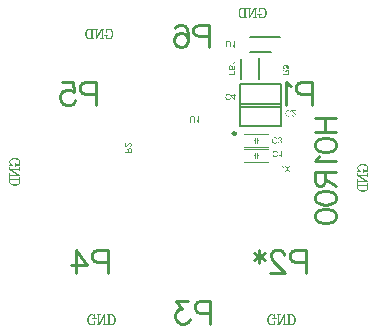
<source format=gbo>
G04*
G04 #@! TF.GenerationSoftware,Altium Limited,Altium Designer,25.8.1 (18)*
G04*
G04 Layer_Color=32896*
%FSLAX44Y44*%
%MOMM*%
G71*
G04*
G04 #@! TF.SameCoordinates,72622D7D-59BA-477E-922F-BDBC8D2A5B01*
G04*
G04*
G04 #@! TF.FilePolarity,Positive*
G04*
G01*
G75*
%ADD11C,0.2500*%
%ADD13C,0.2000*%
%ADD14C,0.1000*%
%ADD15C,0.0800*%
%ADD16C,0.0762*%
%ADD17C,0.2540*%
%ADD51C,0.1524*%
G36*
X8773Y44331D02*
X8353D01*
X8282Y44458D01*
X8194Y44585D01*
X8099Y44704D01*
X8004Y44815D01*
X7917Y44902D01*
X7846Y44973D01*
X7798Y45021D01*
X7790Y45029D01*
X7782Y45037D01*
X7632Y45163D01*
X7473Y45282D01*
X7315Y45385D01*
X7172Y45472D01*
X7045Y45544D01*
X6990Y45567D01*
X6942Y45591D01*
X6911Y45615D01*
X6879Y45631D01*
X6863Y45639D01*
X6855D01*
Y46265D01*
X6966Y46217D01*
X7085Y46162D01*
X7196Y46114D01*
X7299Y46059D01*
X7386Y46011D01*
X7457Y45972D01*
X7505Y45940D01*
X7513Y45932D01*
X7521D01*
X7656Y45853D01*
X7774Y45766D01*
X7877Y45694D01*
X7965Y45623D01*
X8036Y45567D01*
X8091Y45528D01*
X8123Y45496D01*
X8131Y45488D01*
Y49562D01*
X8773D01*
Y44331D01*
D02*
G37*
G36*
X3709Y49633D02*
X3947Y49601D01*
X4058Y49585D01*
X4153Y49562D01*
X4248Y49530D01*
X4327Y49506D01*
X4398Y49482D01*
X4470Y49451D01*
X4525Y49427D01*
X4565Y49411D01*
X4604Y49387D01*
X4628Y49379D01*
X4644Y49363D01*
X4652D01*
X4811Y49245D01*
X4953Y49126D01*
X5064Y48999D01*
X5151Y48880D01*
X5215Y48769D01*
X5262Y48690D01*
X5278Y48658D01*
X5286Y48634D01*
X5294Y48618D01*
Y48611D01*
X5357Y48428D01*
X5397Y48222D01*
X5429Y48016D01*
X5452Y47818D01*
X5460Y47723D01*
X5468Y47636D01*
Y47565D01*
X5476Y47493D01*
Y47438D01*
Y47398D01*
Y47374D01*
Y47366D01*
Y44355D01*
X4787D01*
Y47366D01*
Y47541D01*
X4771Y47707D01*
X4755Y47850D01*
X4739Y47985D01*
X4715Y48111D01*
X4684Y48214D01*
X4652Y48309D01*
X4628Y48397D01*
X4597Y48468D01*
X4565Y48531D01*
X4541Y48579D01*
X4509Y48618D01*
X4493Y48650D01*
X4478Y48674D01*
X4462Y48682D01*
Y48690D01*
X4398Y48753D01*
X4319Y48801D01*
X4153Y48888D01*
X3978Y48944D01*
X3796Y48991D01*
X3638Y49015D01*
X3566Y49023D01*
X3503D01*
X3447Y49031D01*
X3376D01*
X3218Y49023D01*
X3075Y49007D01*
X2948Y48975D01*
X2837Y48944D01*
X2750Y48920D01*
X2687Y48888D01*
X2647Y48872D01*
X2631Y48864D01*
X2520Y48793D01*
X2433Y48714D01*
X2354Y48626D01*
X2298Y48547D01*
X2251Y48476D01*
X2219Y48420D01*
X2203Y48381D01*
X2195Y48365D01*
X2172Y48302D01*
X2156Y48230D01*
X2124Y48072D01*
X2108Y47905D01*
X2092Y47747D01*
X2084Y47596D01*
X2076Y47533D01*
Y47477D01*
Y47430D01*
Y47398D01*
Y47374D01*
Y47366D01*
Y44355D01*
X1387D01*
Y47366D01*
Y47517D01*
X1395Y47660D01*
X1403Y47794D01*
X1419Y47921D01*
X1435Y48032D01*
X1450Y48143D01*
X1466Y48238D01*
X1490Y48325D01*
X1506Y48405D01*
X1522Y48476D01*
X1538Y48539D01*
X1553Y48587D01*
X1569Y48626D01*
X1577Y48650D01*
X1585Y48666D01*
Y48674D01*
X1672Y48840D01*
X1775Y48991D01*
X1878Y49110D01*
X1989Y49213D01*
X2084Y49300D01*
X2172Y49356D01*
X2203Y49379D01*
X2219Y49387D01*
X2235Y49403D01*
X2243D01*
X2425Y49482D01*
X2631Y49546D01*
X2829Y49585D01*
X3020Y49617D01*
X3107Y49625D01*
X3186Y49633D01*
X3257Y49641D01*
X3321D01*
X3368Y49649D01*
X3440D01*
X3709Y49633D01*
D02*
G37*
G36*
X79276Y7565D02*
X79358Y7444D01*
X79456Y7324D01*
X79546Y7219D01*
X79637Y7129D01*
X79704Y7054D01*
X79734Y7031D01*
X79757Y7009D01*
X79764Y7001D01*
X79772Y6993D01*
X79930Y6866D01*
X80088Y6745D01*
X80238Y6640D01*
X80388Y6557D01*
X80516Y6482D01*
X80569Y6452D01*
X80614Y6430D01*
X80652Y6407D01*
X80682Y6399D01*
X80697Y6384D01*
X80704D01*
Y5768D01*
X80591Y5813D01*
X80479Y5866D01*
X80366Y5918D01*
X80261Y5971D01*
X80170Y6016D01*
X80095Y6054D01*
X80050Y6084D01*
X80043Y6091D01*
X80035D01*
X79900Y6174D01*
X79780Y6257D01*
X79674Y6332D01*
X79591Y6399D01*
X79516Y6452D01*
X79471Y6497D01*
X79434Y6527D01*
X79426Y6535D01*
Y2467D01*
X78787D01*
Y7693D01*
X79201D01*
X79276Y7565D01*
D02*
G37*
G36*
X84305Y5159D02*
X86313Y2467D01*
X85486D01*
X84170Y4272D01*
X84140Y4317D01*
X84102Y4369D01*
X84020Y4490D01*
X83982Y4550D01*
X83952Y4595D01*
X83930Y4625D01*
X83922Y4633D01*
X83847Y4520D01*
X83779Y4415D01*
X83749Y4377D01*
X83734Y4347D01*
X83719Y4324D01*
X83712Y4317D01*
X82396Y2467D01*
X81546D01*
X83494Y5189D01*
X81689Y7670D01*
X82441D01*
X83478Y6287D01*
X83569Y6174D01*
X83644Y6069D01*
X83719Y5963D01*
X83779Y5881D01*
X83832Y5806D01*
X83869Y5745D01*
X83892Y5715D01*
X83900Y5700D01*
X83952Y5791D01*
X84012Y5888D01*
X84080Y5993D01*
X84148Y6099D01*
X84215Y6189D01*
X84260Y6264D01*
X84283Y6294D01*
X84298Y6317D01*
X84313Y6324D01*
Y6332D01*
X85260Y7670D01*
X86080D01*
X84305Y5159D01*
D02*
G37*
G36*
X81697Y93088D02*
X81862Y93058D01*
X82005Y93013D01*
X82125Y92967D01*
X82223Y92922D01*
X82298Y92877D01*
X82343Y92847D01*
X82358Y92840D01*
X82471Y92734D01*
X82569Y92622D01*
X82644Y92501D01*
X82704Y92381D01*
X82749Y92276D01*
X82779Y92193D01*
X82787Y92163D01*
X82794Y92140D01*
X82802Y92125D01*
Y92118D01*
X82870Y92246D01*
X82937Y92351D01*
X83012Y92441D01*
X83080Y92516D01*
X83140Y92577D01*
X83193Y92622D01*
X83223Y92644D01*
X83238Y92652D01*
X83343Y92712D01*
X83448Y92757D01*
X83554Y92795D01*
X83652Y92817D01*
X83734Y92832D01*
X83794Y92840D01*
X83839D01*
X83855D01*
X83982Y92832D01*
X84110Y92809D01*
X84223Y92780D01*
X84321Y92742D01*
X84403Y92704D01*
X84471Y92674D01*
X84509Y92652D01*
X84524Y92644D01*
X84636Y92569D01*
X84734Y92479D01*
X84817Y92388D01*
X84892Y92298D01*
X84945Y92223D01*
X84990Y92155D01*
X85012Y92110D01*
X85020Y92103D01*
Y92095D01*
X85080Y91960D01*
X85125Y91825D01*
X85163Y91689D01*
X85185Y91569D01*
X85200Y91471D01*
X85208Y91389D01*
Y91201D01*
X85193Y91095D01*
X85155Y90892D01*
X85095Y90719D01*
X85035Y90569D01*
X84997Y90501D01*
X84967Y90449D01*
X84937Y90396D01*
X84907Y90358D01*
X84885Y90329D01*
X84869Y90306D01*
X84862Y90291D01*
X84854Y90283D01*
X84712Y90140D01*
X84554Y90028D01*
X84388Y89937D01*
X84223Y89862D01*
X84080Y89817D01*
X84020Y89795D01*
X83967Y89780D01*
X83922Y89772D01*
X83892Y89765D01*
X83869Y89757D01*
X83862D01*
X83749Y90396D01*
X83915Y90426D01*
X84058Y90471D01*
X84178Y90524D01*
X84276Y90577D01*
X84351Y90629D01*
X84403Y90674D01*
X84441Y90704D01*
X84448Y90712D01*
X84524Y90810D01*
X84584Y90915D01*
X84621Y91013D01*
X84651Y91110D01*
X84667Y91201D01*
X84682Y91268D01*
Y91328D01*
X84674Y91464D01*
X84644Y91584D01*
X84606Y91689D01*
X84569Y91779D01*
X84524Y91847D01*
X84486Y91900D01*
X84456Y91937D01*
X84448Y91945D01*
X84358Y92028D01*
X84261Y92088D01*
X84163Y92125D01*
X84073Y92155D01*
X83990Y92170D01*
X83930Y92185D01*
X83884D01*
X83877D01*
X83869D01*
X83787D01*
X83712Y92170D01*
X83584Y92133D01*
X83471Y92080D01*
X83373Y92020D01*
X83306Y91960D01*
X83253Y91907D01*
X83223Y91870D01*
X83215Y91862D01*
Y91855D01*
X83148Y91727D01*
X83095Y91607D01*
X83057Y91479D01*
X83035Y91366D01*
X83020Y91268D01*
X83005Y91186D01*
Y91088D01*
X83012Y91058D01*
Y91020D01*
X82449Y90945D01*
X82471Y91043D01*
X82486Y91133D01*
X82501Y91208D01*
X82509Y91276D01*
X82516Y91328D01*
Y91396D01*
X82501Y91554D01*
X82471Y91697D01*
X82426Y91825D01*
X82373Y91930D01*
X82321Y92013D01*
X82276Y92073D01*
X82246Y92110D01*
X82231Y92125D01*
X82118Y92223D01*
X81997Y92298D01*
X81877Y92351D01*
X81757Y92381D01*
X81659Y92403D01*
X81576Y92411D01*
X81546Y92419D01*
X81524D01*
X81509D01*
X81501D01*
X81336Y92403D01*
X81185Y92366D01*
X81058Y92321D01*
X80945Y92261D01*
X80855Y92201D01*
X80787Y92155D01*
X80742Y92118D01*
X80727Y92103D01*
X80622Y91982D01*
X80546Y91855D01*
X80494Y91727D01*
X80456Y91607D01*
X80434Y91501D01*
X80426Y91419D01*
X80419Y91389D01*
Y91343D01*
X80426Y91208D01*
X80456Y91080D01*
X80494Y90968D01*
X80539Y90877D01*
X80576Y90802D01*
X80614Y90742D01*
X80644Y90712D01*
X80652Y90697D01*
X80757Y90607D01*
X80877Y90532D01*
X81005Y90464D01*
X81140Y90411D01*
X81253Y90374D01*
X81306Y90358D01*
X81351Y90351D01*
X81388Y90344D01*
X81419Y90336D01*
X81433Y90329D01*
X81441D01*
X81358Y89689D01*
X81238Y89704D01*
X81125Y89727D01*
X80915Y89795D01*
X80734Y89877D01*
X80659Y89923D01*
X80584Y89968D01*
X80516Y90013D01*
X80464Y90058D01*
X80411Y90095D01*
X80373Y90133D01*
X80343Y90155D01*
X80321Y90178D01*
X80306Y90193D01*
X80298Y90201D01*
X80231Y90291D01*
X80163Y90381D01*
X80110Y90471D01*
X80065Y90569D01*
X79990Y90757D01*
X79945Y90938D01*
X79930Y91020D01*
X79915Y91095D01*
X79907Y91163D01*
X79900Y91223D01*
X79892Y91268D01*
Y91336D01*
X79900Y91479D01*
X79915Y91607D01*
X79937Y91734D01*
X79967Y91855D01*
X80005Y91967D01*
X80043Y92065D01*
X80088Y92163D01*
X80133Y92246D01*
X80170Y92328D01*
X80216Y92396D01*
X80253Y92456D01*
X80291Y92501D01*
X80321Y92539D01*
X80343Y92569D01*
X80358Y92584D01*
X80366Y92591D01*
X80456Y92682D01*
X80554Y92757D01*
X80652Y92825D01*
X80749Y92885D01*
X80840Y92930D01*
X80937Y92975D01*
X81118Y93035D01*
X81201Y93050D01*
X81276Y93065D01*
X81343Y93080D01*
X81404Y93088D01*
X81449Y93095D01*
X81486D01*
X81509D01*
X81516D01*
X81697Y93088D01*
D02*
G37*
G36*
X81396Y88381D02*
X81546Y88276D01*
X81682Y88178D01*
X81794Y88081D01*
X81900Y87998D01*
X81975Y87923D01*
X82035Y87862D01*
X82073Y87825D01*
X82088Y87810D01*
X82133Y87750D01*
X82185Y87682D01*
X82268Y87547D01*
X82298Y87486D01*
X82328Y87441D01*
X82343Y87411D01*
X82351Y87396D01*
X82373Y87532D01*
X82396Y87659D01*
X82434Y87772D01*
X82464Y87885D01*
X82501Y87983D01*
X82546Y88073D01*
X82584Y88156D01*
X82621Y88231D01*
X82667Y88291D01*
X82704Y88351D01*
X82734Y88396D01*
X82764Y88434D01*
X82787Y88464D01*
X82809Y88486D01*
X82817Y88494D01*
X82824Y88502D01*
X82900Y88562D01*
X82975Y88622D01*
X83133Y88712D01*
X83291Y88772D01*
X83441Y88817D01*
X83569Y88847D01*
X83621Y88855D01*
X83674D01*
X83712Y88862D01*
X83742D01*
X83757D01*
X83764D01*
X83922Y88855D01*
X84065Y88832D01*
X84200Y88795D01*
X84313Y88757D01*
X84411Y88712D01*
X84486Y88682D01*
X84531Y88652D01*
X84539Y88644D01*
X84546D01*
X84667Y88554D01*
X84772Y88464D01*
X84862Y88366D01*
X84930Y88276D01*
X84982Y88193D01*
X85012Y88126D01*
X85035Y88081D01*
X85042Y88073D01*
Y88065D01*
X85065Y87998D01*
X85087Y87915D01*
X85125Y87750D01*
X85148Y87569D01*
X85170Y87404D01*
X85178Y87246D01*
Y87178D01*
X85185Y87118D01*
Y84705D01*
X79983D01*
Y85396D01*
X82291D01*
Y86284D01*
X82283Y86366D01*
Y86426D01*
X82276Y86479D01*
X82268Y86517D01*
Y86547D01*
X82261Y86562D01*
Y86569D01*
X82223Y86690D01*
X82200Y86742D01*
X82178Y86787D01*
X82155Y86832D01*
X82140Y86862D01*
X82133Y86877D01*
X82125Y86885D01*
X82080Y86945D01*
X82028Y87005D01*
X81915Y87118D01*
X81862Y87171D01*
X81817Y87208D01*
X81787Y87231D01*
X81779Y87238D01*
X81674Y87314D01*
X81561Y87396D01*
X81441Y87479D01*
X81328Y87562D01*
X81223Y87629D01*
X81140Y87682D01*
X81110Y87704D01*
X81088Y87720D01*
X81073Y87735D01*
X81065D01*
X79983Y88419D01*
Y89276D01*
X81396Y88381D01*
D02*
G37*
G36*
X-52796Y24465D02*
X-52668Y24555D01*
X-52616Y24601D01*
X-52563Y24638D01*
X-52518Y24676D01*
X-52488Y24706D01*
X-52465Y24728D01*
X-52458Y24736D01*
X-52420Y24773D01*
X-52383Y24818D01*
X-52285Y24924D01*
X-52172Y25044D01*
X-52059Y25172D01*
X-51962Y25292D01*
X-51916Y25345D01*
X-51871Y25390D01*
X-51841Y25427D01*
X-51819Y25458D01*
X-51804Y25473D01*
X-51796Y25480D01*
X-51691Y25600D01*
X-51593Y25721D01*
X-51495Y25826D01*
X-51413Y25924D01*
X-51330Y26014D01*
X-51255Y26089D01*
X-51187Y26164D01*
X-51127Y26225D01*
X-51067Y26285D01*
X-51022Y26330D01*
X-50984Y26367D01*
X-50947Y26405D01*
X-50901Y26442D01*
X-50886Y26458D01*
X-50759Y26563D01*
X-50646Y26653D01*
X-50533Y26728D01*
X-50443Y26788D01*
X-50360Y26833D01*
X-50300Y26864D01*
X-50262Y26879D01*
X-50247Y26886D01*
X-50135Y26931D01*
X-50022Y26961D01*
X-49917Y26991D01*
X-49826Y27006D01*
X-49744Y27014D01*
X-49683Y27021D01*
X-49646D01*
X-49631D01*
X-49518Y27014D01*
X-49413Y26999D01*
X-49308Y26984D01*
X-49217Y26954D01*
X-49037Y26879D01*
X-48894Y26803D01*
X-48826Y26758D01*
X-48774Y26721D01*
X-48721Y26683D01*
X-48684Y26646D01*
X-48653Y26615D01*
X-48623Y26600D01*
X-48616Y26585D01*
X-48608Y26578D01*
X-48533Y26495D01*
X-48465Y26405D01*
X-48413Y26307D01*
X-48368Y26209D01*
X-48293Y26014D01*
X-48240Y25819D01*
X-48225Y25736D01*
X-48210Y25653D01*
X-48202Y25578D01*
X-48195Y25518D01*
X-48187Y25465D01*
Y25390D01*
X-48195Y25255D01*
X-48202Y25127D01*
X-48225Y25006D01*
X-48247Y24894D01*
X-48278Y24788D01*
X-48308Y24691D01*
X-48345Y24601D01*
X-48383Y24518D01*
X-48420Y24443D01*
X-48458Y24383D01*
X-48488Y24330D01*
X-48518Y24285D01*
X-48541Y24247D01*
X-48563Y24225D01*
X-48571Y24209D01*
X-48578Y24202D01*
X-48653Y24127D01*
X-48736Y24059D01*
X-48826Y23991D01*
X-48917Y23939D01*
X-49097Y23849D01*
X-49278Y23788D01*
X-49360Y23766D01*
X-49443Y23743D01*
X-49511Y23728D01*
X-49571Y23713D01*
X-49623Y23706D01*
X-49661D01*
X-49683Y23698D01*
X-49691D01*
X-49759Y24352D01*
X-49586Y24367D01*
X-49435Y24397D01*
X-49300Y24443D01*
X-49195Y24495D01*
X-49105Y24540D01*
X-49044Y24585D01*
X-49007Y24615D01*
X-48992Y24631D01*
X-48902Y24743D01*
X-48834Y24864D01*
X-48781Y24991D01*
X-48751Y25104D01*
X-48729Y25210D01*
X-48721Y25300D01*
X-48714Y25330D01*
Y25375D01*
X-48721Y25533D01*
X-48751Y25676D01*
X-48796Y25796D01*
X-48841Y25901D01*
X-48894Y25984D01*
X-48932Y26037D01*
X-48962Y26074D01*
X-48977Y26089D01*
X-49082Y26179D01*
X-49187Y26247D01*
X-49292Y26300D01*
X-49398Y26330D01*
X-49481Y26352D01*
X-49556Y26360D01*
X-49601Y26367D01*
X-49608D01*
X-49616D01*
X-49751Y26352D01*
X-49894Y26322D01*
X-50022Y26270D01*
X-50142Y26217D01*
X-50240Y26157D01*
X-50323Y26104D01*
X-50353Y26089D01*
X-50375Y26074D01*
X-50383Y26059D01*
X-50390D01*
X-50473Y25999D01*
X-50556Y25924D01*
X-50646Y25841D01*
X-50736Y25751D01*
X-50917Y25563D01*
X-51097Y25375D01*
X-51180Y25277D01*
X-51255Y25194D01*
X-51322Y25112D01*
X-51383Y25044D01*
X-51428Y24991D01*
X-51465Y24946D01*
X-51488Y24916D01*
X-51495Y24909D01*
X-51653Y24721D01*
X-51804Y24548D01*
X-51939Y24405D01*
X-52052Y24292D01*
X-52150Y24195D01*
X-52217Y24127D01*
X-52262Y24089D01*
X-52270Y24074D01*
X-52277D01*
X-52405Y23969D01*
X-52525Y23886D01*
X-52646Y23811D01*
X-52751Y23751D01*
X-52841Y23706D01*
X-52909Y23676D01*
X-52954Y23661D01*
X-52962Y23653D01*
X-52969D01*
X-53052Y23623D01*
X-53127Y23608D01*
X-53202Y23593D01*
X-53270Y23586D01*
X-53330Y23578D01*
X-53375D01*
X-53405D01*
X-53413D01*
Y27029D01*
X-52796D01*
Y24465D01*
D02*
G37*
G36*
X-51999Y22367D02*
X-51849Y22262D01*
X-51714Y22164D01*
X-51601Y22067D01*
X-51495Y21984D01*
X-51420Y21909D01*
X-51360Y21849D01*
X-51322Y21811D01*
X-51308Y21796D01*
X-51262Y21736D01*
X-51210Y21668D01*
X-51127Y21533D01*
X-51097Y21473D01*
X-51067Y21428D01*
X-51052Y21398D01*
X-51044Y21383D01*
X-51022Y21518D01*
X-50999Y21646D01*
X-50962Y21758D01*
X-50932Y21871D01*
X-50894Y21969D01*
X-50849Y22059D01*
X-50811Y22142D01*
X-50774Y22217D01*
X-50729Y22277D01*
X-50691Y22337D01*
X-50661Y22383D01*
X-50631Y22420D01*
X-50608Y22450D01*
X-50586Y22473D01*
X-50578Y22480D01*
X-50571Y22488D01*
X-50496Y22548D01*
X-50420Y22608D01*
X-50262Y22698D01*
X-50104Y22759D01*
X-49954Y22804D01*
X-49826Y22834D01*
X-49774Y22841D01*
X-49721D01*
X-49683Y22849D01*
X-49653D01*
X-49638D01*
X-49631D01*
X-49473Y22841D01*
X-49330Y22819D01*
X-49195Y22781D01*
X-49082Y22743D01*
X-48984Y22698D01*
X-48909Y22668D01*
X-48864Y22638D01*
X-48857Y22631D01*
X-48849D01*
X-48729Y22540D01*
X-48623Y22450D01*
X-48533Y22352D01*
X-48465Y22262D01*
X-48413Y22180D01*
X-48383Y22112D01*
X-48360Y22067D01*
X-48353Y22059D01*
Y22052D01*
X-48330Y21984D01*
X-48308Y21901D01*
X-48270Y21736D01*
X-48247Y21556D01*
X-48225Y21390D01*
X-48217Y21232D01*
Y21165D01*
X-48210Y21104D01*
Y18691D01*
X-53413D01*
Y19383D01*
X-51104D01*
Y20270D01*
X-51112Y20353D01*
Y20413D01*
X-51119Y20465D01*
X-51127Y20503D01*
Y20533D01*
X-51135Y20548D01*
Y20556D01*
X-51172Y20676D01*
X-51195Y20728D01*
X-51217Y20774D01*
X-51240Y20819D01*
X-51255Y20849D01*
X-51262Y20864D01*
X-51270Y20871D01*
X-51315Y20931D01*
X-51368Y20992D01*
X-51480Y21104D01*
X-51533Y21157D01*
X-51578Y21195D01*
X-51608Y21217D01*
X-51616Y21225D01*
X-51721Y21300D01*
X-51834Y21383D01*
X-51954Y21465D01*
X-52067Y21548D01*
X-52172Y21616D01*
X-52255Y21668D01*
X-52285Y21691D01*
X-52307Y21706D01*
X-52323Y21721D01*
X-52330D01*
X-53413Y22405D01*
Y23262D01*
X-51999Y22367D01*
D02*
G37*
G36*
X39443Y95459D02*
X39315Y95384D01*
X39195Y95301D01*
X39074Y95204D01*
X38969Y95113D01*
X38879Y95023D01*
X38804Y94955D01*
X38781Y94925D01*
X38758Y94903D01*
X38751Y94895D01*
X38744Y94888D01*
X38616Y94730D01*
X38495Y94572D01*
X38390Y94422D01*
X38307Y94271D01*
X38232Y94143D01*
X38202Y94091D01*
X38180Y94046D01*
X38157Y94008D01*
X38149Y93978D01*
X38135Y93963D01*
Y93955D01*
X37518D01*
X37563Y94068D01*
X37616Y94181D01*
X37668Y94294D01*
X37721Y94399D01*
X37766Y94489D01*
X37804Y94565D01*
X37834Y94610D01*
X37841Y94617D01*
Y94625D01*
X37924Y94760D01*
X38007Y94880D01*
X38082Y94986D01*
X38149Y95068D01*
X38202Y95143D01*
X38247Y95189D01*
X38277Y95226D01*
X38285Y95234D01*
X34217D01*
Y95873D01*
X39443D01*
Y95459D01*
D02*
G37*
G36*
X35894Y92775D02*
X36044Y92745D01*
X36172Y92700D01*
X36293Y92655D01*
X36383Y92610D01*
X36450Y92565D01*
X36495Y92535D01*
X36511Y92527D01*
X36631Y92422D01*
X36728Y92309D01*
X36811Y92181D01*
X36879Y92068D01*
X36932Y91963D01*
X36962Y91873D01*
X36977Y91843D01*
X36984Y91820D01*
X36992Y91805D01*
Y91798D01*
X37067Y91925D01*
X37142Y92038D01*
X37225Y92128D01*
X37300Y92204D01*
X37360Y92264D01*
X37420Y92309D01*
X37450Y92331D01*
X37465Y92339D01*
X37578Y92399D01*
X37683Y92444D01*
X37789Y92482D01*
X37886Y92504D01*
X37969Y92520D01*
X38037Y92527D01*
X38074D01*
X38089D01*
X38217Y92520D01*
X38345Y92497D01*
X38458Y92459D01*
X38563Y92422D01*
X38653Y92384D01*
X38713Y92347D01*
X38758Y92324D01*
X38774Y92317D01*
X38886Y92234D01*
X38992Y92144D01*
X39074Y92046D01*
X39142Y91956D01*
X39195Y91880D01*
X39232Y91813D01*
X39255Y91768D01*
X39262Y91760D01*
Y91753D01*
X39315Y91610D01*
X39352Y91452D01*
X39383Y91294D01*
X39398Y91144D01*
X39413Y91008D01*
Y90948D01*
X39420Y90896D01*
Y88850D01*
X34217D01*
Y90835D01*
X34225Y91016D01*
X34232Y91174D01*
X34248Y91316D01*
X34262Y91437D01*
X34278Y91535D01*
X34285Y91610D01*
X34300Y91655D01*
Y91670D01*
X34338Y91798D01*
X34375Y91903D01*
X34420Y92001D01*
X34465Y92083D01*
X34496Y92151D01*
X34526Y92204D01*
X34548Y92234D01*
X34556Y92241D01*
X34623Y92324D01*
X34706Y92399D01*
X34789Y92459D01*
X34864Y92520D01*
X34939Y92565D01*
X34992Y92595D01*
X35029Y92617D01*
X35044Y92625D01*
X35165Y92677D01*
X35285Y92715D01*
X35398Y92745D01*
X35503Y92760D01*
X35593Y92775D01*
X35668Y92783D01*
X35714D01*
X35721D01*
X35729D01*
X35894Y92775D01*
D02*
G37*
G36*
X39420Y84467D02*
X34217D01*
Y85159D01*
X36578D01*
Y87602D01*
X37195D01*
Y85159D01*
X38804D01*
Y87986D01*
X39420D01*
Y84467D01*
D02*
G37*
G36*
X39255Y107877D02*
X38842D01*
X38767Y108005D01*
X38684Y108125D01*
X38586Y108246D01*
X38496Y108351D01*
X38406Y108441D01*
X38338Y108516D01*
X38308Y108539D01*
X38285Y108561D01*
X38278Y108569D01*
X38270Y108577D01*
X38112Y108704D01*
X37955Y108825D01*
X37804Y108930D01*
X37654Y109013D01*
X37526Y109088D01*
X37473Y109118D01*
X37428Y109140D01*
X37391Y109163D01*
X37361Y109171D01*
X37346Y109186D01*
X37338D01*
Y109802D01*
X37451Y109757D01*
X37564Y109704D01*
X37676Y109652D01*
X37782Y109599D01*
X37872Y109554D01*
X37947Y109516D01*
X37992Y109486D01*
X38000Y109479D01*
X38007D01*
X38142Y109396D01*
X38263Y109313D01*
X38368Y109238D01*
X38451Y109171D01*
X38526Y109118D01*
X38571Y109073D01*
X38609Y109043D01*
X38616Y109035D01*
Y113103D01*
X39255D01*
Y107877D01*
D02*
G37*
G36*
X33910Y113095D02*
X34067Y113088D01*
X34210Y113073D01*
X34331Y113057D01*
X34436Y113042D01*
X34511Y113035D01*
X34534Y113027D01*
X34556Y113020D01*
X34571D01*
X34707Y112982D01*
X34827Y112937D01*
X34932Y112900D01*
X35022Y112854D01*
X35098Y112817D01*
X35150Y112787D01*
X35180Y112764D01*
X35195Y112757D01*
X35293Y112689D01*
X35376Y112606D01*
X35459Y112531D01*
X35526Y112456D01*
X35586Y112388D01*
X35631Y112336D01*
X35661Y112298D01*
X35669Y112283D01*
X35744Y112163D01*
X35819Y112035D01*
X35879Y111915D01*
X35925Y111794D01*
X35970Y111689D01*
X36000Y111607D01*
X36007Y111576D01*
X36015Y111554D01*
X36022Y111539D01*
Y111531D01*
X36067Y111351D01*
X36105Y111170D01*
X36128Y110997D01*
X36150Y110832D01*
X36158Y110689D01*
Y110629D01*
X36165Y110576D01*
Y110539D01*
Y110501D01*
Y110486D01*
Y110479D01*
X36158Y110223D01*
X36135Y109990D01*
X36098Y109780D01*
X36082Y109682D01*
X36060Y109599D01*
X36037Y109516D01*
X36022Y109449D01*
X36007Y109389D01*
X35985Y109336D01*
X35977Y109291D01*
X35962Y109261D01*
X35955Y109246D01*
Y109238D01*
X35872Y109043D01*
X35774Y108870D01*
X35669Y108719D01*
X35571Y108592D01*
X35481Y108486D01*
X35406Y108411D01*
X35376Y108389D01*
X35353Y108366D01*
X35346Y108358D01*
X35338Y108351D01*
X35218Y108253D01*
X35090Y108178D01*
X34962Y108110D01*
X34842Y108058D01*
X34737Y108020D01*
X34654Y107998D01*
X34624Y107983D01*
X34601D01*
X34586Y107975D01*
X34579D01*
X34451Y107952D01*
X34301Y107930D01*
X34150Y107915D01*
X34000Y107907D01*
X33865Y107900D01*
X31865D01*
Y113103D01*
X33737D01*
X33910Y113095D01*
D02*
G37*
G36*
X33865Y68724D02*
X34007Y68709D01*
X34143Y68694D01*
X34271Y68664D01*
X34391Y68626D01*
X34504Y68589D01*
X34609Y68551D01*
X34707Y68506D01*
X34789Y68468D01*
X34872Y68431D01*
X34932Y68393D01*
X34992Y68356D01*
X35030Y68326D01*
X35068Y68311D01*
X35082Y68295D01*
X35090Y68288D01*
X35195Y68198D01*
X35285Y68108D01*
X35368Y68002D01*
X35451Y67897D01*
X35586Y67687D01*
X35691Y67476D01*
X35737Y67378D01*
X35774Y67288D01*
X35804Y67205D01*
X35827Y67138D01*
X35849Y67077D01*
X35864Y67032D01*
X35872Y67002D01*
Y66995D01*
X35180Y66822D01*
X35150Y66942D01*
X35113Y67055D01*
X35075Y67160D01*
X35037Y67258D01*
X34992Y67348D01*
X34947Y67423D01*
X34895Y67499D01*
X34850Y67566D01*
X34812Y67626D01*
X34767Y67671D01*
X34729Y67717D01*
X34699Y67754D01*
X34669Y67777D01*
X34646Y67799D01*
X34639Y67807D01*
X34631Y67814D01*
X34556Y67874D01*
X34474Y67920D01*
X34308Y68002D01*
X34150Y68062D01*
X33992Y68100D01*
X33857Y68130D01*
X33804Y68138D01*
X33752D01*
X33707Y68145D01*
X33654D01*
X33481Y68138D01*
X33316Y68108D01*
X33165Y68070D01*
X33030Y68025D01*
X32925Y67980D01*
X32880Y67957D01*
X32842Y67942D01*
X32812Y67927D01*
X32789Y67912D01*
X32774Y67905D01*
X32767D01*
X32624Y67799D01*
X32504Y67687D01*
X32399Y67559D01*
X32316Y67438D01*
X32248Y67333D01*
X32203Y67243D01*
X32188Y67205D01*
X32173Y67183D01*
X32165Y67168D01*
Y67160D01*
X32105Y66965D01*
X32060Y66769D01*
X32023Y66574D01*
X32000Y66393D01*
X31992Y66311D01*
X31985Y66235D01*
Y66168D01*
X31977Y66115D01*
Y66070D01*
Y66033D01*
Y66010D01*
Y66002D01*
X31985Y65807D01*
X32000Y65627D01*
X32030Y65461D01*
X32060Y65311D01*
X32083Y65183D01*
X32098Y65130D01*
X32113Y65085D01*
X32120Y65048D01*
X32128Y65025D01*
X32135Y65010D01*
Y65002D01*
X32211Y64830D01*
X32293Y64672D01*
X32383Y64544D01*
X32481Y64431D01*
X32564Y64341D01*
X32631Y64281D01*
X32684Y64243D01*
X32692Y64228D01*
X32699D01*
X32857Y64130D01*
X33030Y64055D01*
X33195Y64002D01*
X33353Y63972D01*
X33496Y63950D01*
X33556Y63942D01*
X33609D01*
X33647Y63935D01*
X33707D01*
X33895Y63942D01*
X34067Y63972D01*
X34210Y64018D01*
X34338Y64063D01*
X34436Y64115D01*
X34511Y64153D01*
X34556Y64183D01*
X34571Y64198D01*
X34692Y64311D01*
X34804Y64439D01*
X34895Y64574D01*
X34970Y64709D01*
X35030Y64830D01*
X35052Y64890D01*
X35068Y64935D01*
X35082Y64972D01*
X35098Y65002D01*
X35105Y65017D01*
Y65025D01*
X35782Y64867D01*
X35737Y64732D01*
X35691Y64612D01*
X35631Y64499D01*
X35579Y64386D01*
X35519Y64288D01*
X35451Y64198D01*
X35391Y64108D01*
X35331Y64033D01*
X35271Y63972D01*
X35218Y63912D01*
X35165Y63860D01*
X35128Y63822D01*
X35090Y63784D01*
X35060Y63762D01*
X35045Y63754D01*
X35037Y63747D01*
X34932Y63679D01*
X34827Y63612D01*
X34722Y63559D01*
X34609Y63514D01*
X34383Y63446D01*
X34180Y63401D01*
X34083Y63379D01*
X34000Y63371D01*
X33917Y63363D01*
X33849Y63356D01*
X33797Y63348D01*
X33722D01*
X33474Y63363D01*
X33233Y63401D01*
X33022Y63446D01*
X32925Y63476D01*
X32834Y63506D01*
X32752Y63536D01*
X32677Y63566D01*
X32617Y63589D01*
X32556Y63612D01*
X32519Y63634D01*
X32489Y63649D01*
X32466Y63657D01*
X32459Y63664D01*
X32256Y63792D01*
X32083Y63942D01*
X31932Y64093D01*
X31804Y64243D01*
X31707Y64378D01*
X31669Y64439D01*
X31639Y64491D01*
X31609Y64529D01*
X31594Y64559D01*
X31586Y64581D01*
X31579Y64589D01*
X31474Y64822D01*
X31398Y65063D01*
X31346Y65303D01*
X31308Y65521D01*
X31293Y65619D01*
X31286Y65717D01*
X31278Y65792D01*
Y65867D01*
X31271Y65920D01*
Y65965D01*
Y65995D01*
Y66002D01*
X31286Y66273D01*
X31316Y66536D01*
X31353Y66769D01*
X31384Y66882D01*
X31406Y66980D01*
X31429Y67070D01*
X31459Y67153D01*
X31481Y67228D01*
X31496Y67288D01*
X31519Y67333D01*
X31526Y67371D01*
X31541Y67393D01*
Y67401D01*
X31654Y67626D01*
X31782Y67829D01*
X31917Y68002D01*
X31985Y68070D01*
X32045Y68138D01*
X32105Y68198D01*
X32165Y68250D01*
X32218Y68295D01*
X32263Y68326D01*
X32293Y68356D01*
X32323Y68378D01*
X32338Y68386D01*
X32346Y68393D01*
X32451Y68453D01*
X32556Y68506D01*
X32782Y68589D01*
X33008Y68649D01*
X33226Y68686D01*
X33331Y68702D01*
X33421Y68717D01*
X33504Y68724D01*
X33571D01*
X33631Y68732D01*
X33714D01*
X33865Y68724D01*
D02*
G37*
G36*
X39142Y67393D02*
X39849D01*
Y66807D01*
X39142D01*
Y63439D01*
X38624D01*
X36240Y66807D01*
Y67393D01*
X38503D01*
Y68641D01*
X39142D01*
Y67393D01*
D02*
G37*
G36*
X73223Y31894D02*
X73366Y31879D01*
X73502Y31864D01*
X73629Y31834D01*
X73750Y31796D01*
X73862Y31759D01*
X73968Y31721D01*
X74065Y31676D01*
X74148Y31638D01*
X74231Y31601D01*
X74291Y31563D01*
X74351Y31526D01*
X74389Y31496D01*
X74426Y31481D01*
X74441Y31465D01*
X74449Y31458D01*
X74554Y31368D01*
X74644Y31278D01*
X74727Y31172D01*
X74810Y31067D01*
X74945Y30856D01*
X75050Y30646D01*
X75095Y30548D01*
X75133Y30458D01*
X75163Y30375D01*
X75186Y30308D01*
X75208Y30247D01*
X75223Y30202D01*
X75231Y30172D01*
Y30165D01*
X74539Y29992D01*
X74509Y30112D01*
X74471Y30225D01*
X74434Y30330D01*
X74396Y30428D01*
X74351Y30518D01*
X74306Y30593D01*
X74253Y30669D01*
X74208Y30736D01*
X74171Y30796D01*
X74125Y30842D01*
X74088Y30887D01*
X74058Y30924D01*
X74028Y30947D01*
X74005Y30969D01*
X73998Y30977D01*
X73990Y30984D01*
X73915Y31044D01*
X73832Y31090D01*
X73667Y31172D01*
X73509Y31232D01*
X73351Y31270D01*
X73216Y31300D01*
X73163Y31308D01*
X73110D01*
X73065Y31315D01*
X73013D01*
X72840Y31308D01*
X72674Y31278D01*
X72524Y31240D01*
X72389Y31195D01*
X72284Y31150D01*
X72238Y31127D01*
X72201Y31112D01*
X72171Y31097D01*
X72148Y31082D01*
X72133Y31075D01*
X72126D01*
X71983Y30969D01*
X71862Y30856D01*
X71757Y30729D01*
X71674Y30608D01*
X71607Y30503D01*
X71562Y30413D01*
X71547Y30375D01*
X71532Y30353D01*
X71524Y30338D01*
Y30330D01*
X71464Y30135D01*
X71419Y29939D01*
X71381Y29744D01*
X71359Y29563D01*
X71351Y29481D01*
X71344Y29406D01*
Y29338D01*
X71336Y29285D01*
Y29240D01*
Y29202D01*
Y29180D01*
Y29172D01*
X71344Y28977D01*
X71359Y28797D01*
X71389Y28631D01*
X71419Y28481D01*
X71441Y28353D01*
X71456Y28300D01*
X71472Y28255D01*
X71479Y28218D01*
X71487Y28195D01*
X71494Y28180D01*
Y28173D01*
X71569Y27999D01*
X71652Y27842D01*
X71742Y27714D01*
X71840Y27601D01*
X71923Y27511D01*
X71990Y27451D01*
X72043Y27413D01*
X72050Y27398D01*
X72058D01*
X72216Y27300D01*
X72389Y27225D01*
X72554Y27173D01*
X72712Y27142D01*
X72855Y27120D01*
X72915Y27112D01*
X72968D01*
X73005Y27105D01*
X73065D01*
X73253Y27112D01*
X73426Y27142D01*
X73569Y27188D01*
X73697Y27233D01*
X73795Y27285D01*
X73870Y27323D01*
X73915Y27353D01*
X73930Y27368D01*
X74050Y27481D01*
X74163Y27609D01*
X74253Y27744D01*
X74328Y27879D01*
X74389Y27999D01*
X74411Y28060D01*
X74426Y28105D01*
X74441Y28142D01*
X74456Y28173D01*
X74464Y28187D01*
Y28195D01*
X75141Y28037D01*
X75095Y27902D01*
X75050Y27782D01*
X74990Y27669D01*
X74938Y27556D01*
X74877Y27458D01*
X74810Y27368D01*
X74749Y27278D01*
X74689Y27203D01*
X74629Y27142D01*
X74577Y27082D01*
X74524Y27030D01*
X74486Y26992D01*
X74449Y26955D01*
X74419Y26932D01*
X74404Y26924D01*
X74396Y26917D01*
X74291Y26849D01*
X74186Y26782D01*
X74080Y26729D01*
X73968Y26684D01*
X73742Y26616D01*
X73539Y26571D01*
X73441Y26549D01*
X73359Y26541D01*
X73276Y26533D01*
X73208Y26526D01*
X73156Y26518D01*
X73080D01*
X72832Y26533D01*
X72592Y26571D01*
X72381Y26616D01*
X72284Y26646D01*
X72193Y26676D01*
X72111Y26706D01*
X72035Y26736D01*
X71975Y26759D01*
X71915Y26782D01*
X71877Y26804D01*
X71847Y26819D01*
X71825Y26827D01*
X71817Y26834D01*
X71614Y26962D01*
X71441Y27112D01*
X71291Y27263D01*
X71163Y27413D01*
X71066Y27548D01*
X71028Y27609D01*
X70998Y27661D01*
X70968Y27699D01*
X70953Y27729D01*
X70945Y27751D01*
X70938Y27759D01*
X70832Y27992D01*
X70757Y28233D01*
X70705Y28473D01*
X70667Y28691D01*
X70652Y28789D01*
X70644Y28887D01*
X70637Y28962D01*
Y29037D01*
X70629Y29090D01*
Y29135D01*
Y29165D01*
Y29172D01*
X70644Y29443D01*
X70675Y29706D01*
X70712Y29939D01*
X70742Y30052D01*
X70765Y30150D01*
X70787Y30240D01*
X70817Y30323D01*
X70840Y30398D01*
X70855Y30458D01*
X70877Y30503D01*
X70885Y30541D01*
X70900Y30563D01*
Y30571D01*
X71013Y30796D01*
X71141Y30999D01*
X71276Y31172D01*
X71344Y31240D01*
X71404Y31308D01*
X71464Y31368D01*
X71524Y31420D01*
X71577Y31465D01*
X71622Y31496D01*
X71652Y31526D01*
X71682Y31548D01*
X71697Y31556D01*
X71705Y31563D01*
X71810Y31623D01*
X71915Y31676D01*
X72141Y31759D01*
X72366Y31819D01*
X72584Y31857D01*
X72689Y31872D01*
X72780Y31887D01*
X72862Y31894D01*
X72930D01*
X72990Y31902D01*
X73073D01*
X73223Y31894D01*
D02*
G37*
G36*
X77614D02*
X77742Y31879D01*
X77870Y31857D01*
X77990Y31826D01*
X78103Y31789D01*
X78200Y31751D01*
X78298Y31706D01*
X78381Y31661D01*
X78464Y31623D01*
X78531Y31578D01*
X78591Y31541D01*
X78636Y31503D01*
X78674Y31473D01*
X78704Y31451D01*
X78719Y31435D01*
X78727Y31428D01*
X78817Y31338D01*
X78892Y31240D01*
X78960Y31142D01*
X79020Y31044D01*
X79065Y30954D01*
X79110Y30856D01*
X79170Y30676D01*
X79185Y30593D01*
X79200Y30518D01*
X79215Y30450D01*
X79223Y30390D01*
X79230Y30345D01*
Y30308D01*
Y30285D01*
Y30278D01*
X79223Y30097D01*
X79193Y29932D01*
X79148Y29789D01*
X79103Y29669D01*
X79058Y29571D01*
X79012Y29496D01*
X78982Y29451D01*
X78975Y29436D01*
X78870Y29323D01*
X78757Y29225D01*
X78636Y29150D01*
X78516Y29090D01*
X78411Y29045D01*
X78328Y29014D01*
X78298Y29007D01*
X78276Y29000D01*
X78261Y28992D01*
X78253D01*
X78381Y28924D01*
X78486Y28857D01*
X78576Y28781D01*
X78652Y28714D01*
X78712Y28654D01*
X78757Y28601D01*
X78779Y28571D01*
X78787Y28556D01*
X78847Y28451D01*
X78892Y28345D01*
X78930Y28240D01*
X78952Y28142D01*
X78967Y28060D01*
X78975Y27999D01*
Y27954D01*
Y27939D01*
X78967Y27812D01*
X78945Y27684D01*
X78915Y27571D01*
X78877Y27473D01*
X78840Y27390D01*
X78809Y27323D01*
X78787Y27285D01*
X78779Y27270D01*
X78704Y27157D01*
X78614Y27060D01*
X78524Y26977D01*
X78433Y26902D01*
X78358Y26849D01*
X78291Y26804D01*
X78246Y26782D01*
X78238Y26774D01*
X78231D01*
X78095Y26714D01*
X77960Y26669D01*
X77825Y26631D01*
X77704Y26609D01*
X77607Y26594D01*
X77524Y26586D01*
X77336D01*
X77231Y26601D01*
X77028Y26639D01*
X76855Y26699D01*
X76704Y26759D01*
X76637Y26797D01*
X76584Y26827D01*
X76531Y26857D01*
X76494Y26887D01*
X76464Y26909D01*
X76441Y26924D01*
X76426Y26932D01*
X76419Y26939D01*
X76276Y27082D01*
X76163Y27240D01*
X76073Y27406D01*
X75998Y27571D01*
X75953Y27714D01*
X75930Y27774D01*
X75915Y27827D01*
X75907Y27872D01*
X75900Y27902D01*
X75892Y27924D01*
Y27932D01*
X76531Y28045D01*
X76561Y27879D01*
X76607Y27736D01*
X76659Y27616D01*
X76712Y27518D01*
X76764Y27443D01*
X76810Y27390D01*
X76840Y27353D01*
X76847Y27345D01*
X76945Y27270D01*
X77050Y27210D01*
X77148Y27173D01*
X77246Y27142D01*
X77336Y27127D01*
X77403Y27112D01*
X77464D01*
X77599Y27120D01*
X77719Y27150D01*
X77825Y27188D01*
X77915Y27225D01*
X77982Y27270D01*
X78035Y27308D01*
X78073Y27338D01*
X78080Y27345D01*
X78163Y27436D01*
X78223Y27533D01*
X78261Y27631D01*
X78291Y27721D01*
X78306Y27804D01*
X78321Y27864D01*
Y27909D01*
Y27917D01*
Y27924D01*
Y28007D01*
X78306Y28082D01*
X78268Y28210D01*
X78215Y28323D01*
X78155Y28421D01*
X78095Y28488D01*
X78043Y28541D01*
X78005Y28571D01*
X77997Y28579D01*
X77990D01*
X77862Y28646D01*
X77742Y28699D01*
X77614Y28736D01*
X77501Y28759D01*
X77403Y28774D01*
X77321Y28789D01*
X77223D01*
X77193Y28781D01*
X77155D01*
X77080Y29345D01*
X77178Y29323D01*
X77268Y29308D01*
X77343Y29293D01*
X77411Y29285D01*
X77464Y29278D01*
X77531D01*
X77689Y29293D01*
X77832Y29323D01*
X77960Y29368D01*
X78065Y29420D01*
X78148Y29473D01*
X78208Y29518D01*
X78246Y29548D01*
X78261Y29563D01*
X78358Y29676D01*
X78433Y29796D01*
X78486Y29917D01*
X78516Y30037D01*
X78539Y30135D01*
X78546Y30217D01*
X78554Y30247D01*
Y30270D01*
Y30285D01*
Y30293D01*
X78539Y30458D01*
X78501Y30608D01*
X78456Y30736D01*
X78396Y30849D01*
X78336Y30939D01*
X78291Y31007D01*
X78253Y31052D01*
X78238Y31067D01*
X78118Y31172D01*
X77990Y31247D01*
X77862Y31300D01*
X77742Y31338D01*
X77637Y31360D01*
X77554Y31368D01*
X77524Y31375D01*
X77479D01*
X77343Y31368D01*
X77215Y31338D01*
X77103Y31300D01*
X77013Y31255D01*
X76937Y31217D01*
X76877Y31180D01*
X76847Y31150D01*
X76832Y31142D01*
X76742Y31037D01*
X76667Y30917D01*
X76599Y30789D01*
X76546Y30654D01*
X76509Y30541D01*
X76494Y30488D01*
X76486Y30443D01*
X76479Y30405D01*
X76471Y30375D01*
X76464Y30360D01*
Y30353D01*
X75825Y30436D01*
X75840Y30556D01*
X75862Y30669D01*
X75930Y30879D01*
X76013Y31060D01*
X76058Y31135D01*
X76103Y31210D01*
X76148Y31278D01*
X76193Y31330D01*
X76231Y31383D01*
X76268Y31420D01*
X76291Y31451D01*
X76313Y31473D01*
X76328Y31488D01*
X76336Y31496D01*
X76426Y31563D01*
X76516Y31631D01*
X76607Y31684D01*
X76704Y31729D01*
X76892Y31804D01*
X77073Y31849D01*
X77155Y31864D01*
X77231Y31879D01*
X77298Y31887D01*
X77358Y31894D01*
X77403Y31902D01*
X77471D01*
X77614Y31894D01*
D02*
G37*
G36*
X84680Y54754D02*
X84822Y54739D01*
X84958Y54724D01*
X85086Y54694D01*
X85206Y54656D01*
X85319Y54619D01*
X85424Y54581D01*
X85522Y54536D01*
X85604Y54498D01*
X85687Y54461D01*
X85747Y54423D01*
X85807Y54386D01*
X85845Y54356D01*
X85883Y54341D01*
X85898Y54325D01*
X85905Y54318D01*
X86010Y54228D01*
X86101Y54138D01*
X86183Y54032D01*
X86266Y53927D01*
X86401Y53717D01*
X86507Y53506D01*
X86552Y53408D01*
X86589Y53318D01*
X86619Y53235D01*
X86642Y53168D01*
X86664Y53108D01*
X86679Y53062D01*
X86687Y53032D01*
Y53025D01*
X85995Y52852D01*
X85965Y52972D01*
X85928Y53085D01*
X85890Y53190D01*
X85852Y53288D01*
X85807Y53378D01*
X85762Y53453D01*
X85710Y53529D01*
X85665Y53596D01*
X85627Y53656D01*
X85582Y53702D01*
X85544Y53747D01*
X85514Y53784D01*
X85484Y53807D01*
X85462Y53829D01*
X85454Y53837D01*
X85447Y53844D01*
X85371Y53905D01*
X85289Y53950D01*
X85123Y54032D01*
X84965Y54092D01*
X84807Y54130D01*
X84672Y54160D01*
X84619Y54168D01*
X84567D01*
X84522Y54175D01*
X84469D01*
X84296Y54168D01*
X84131Y54138D01*
X83980Y54100D01*
X83845Y54055D01*
X83740Y54010D01*
X83695Y53987D01*
X83657Y53972D01*
X83627Y53957D01*
X83604Y53942D01*
X83589Y53935D01*
X83582D01*
X83439Y53829D01*
X83319Y53717D01*
X83214Y53589D01*
X83131Y53468D01*
X83063Y53363D01*
X83018Y53273D01*
X83003Y53235D01*
X82988Y53213D01*
X82980Y53198D01*
Y53190D01*
X82920Y52995D01*
X82875Y52799D01*
X82838Y52604D01*
X82815Y52423D01*
X82808Y52341D01*
X82800Y52266D01*
Y52198D01*
X82793Y52145D01*
Y52100D01*
Y52063D01*
Y52040D01*
Y52032D01*
X82800Y51837D01*
X82815Y51656D01*
X82845Y51491D01*
X82875Y51341D01*
X82898Y51213D01*
X82913Y51160D01*
X82928Y51115D01*
X82935Y51078D01*
X82943Y51055D01*
X82950Y51040D01*
Y51033D01*
X83026Y50859D01*
X83108Y50702D01*
X83198Y50574D01*
X83296Y50461D01*
X83379Y50371D01*
X83447Y50311D01*
X83499Y50273D01*
X83507Y50258D01*
X83514D01*
X83672Y50160D01*
X83845Y50085D01*
X84010Y50033D01*
X84168Y50002D01*
X84311Y49980D01*
X84371Y49972D01*
X84424D01*
X84462Y49965D01*
X84522D01*
X84710Y49972D01*
X84883Y50002D01*
X85025Y50048D01*
X85153Y50093D01*
X85251Y50145D01*
X85326Y50183D01*
X85371Y50213D01*
X85386Y50228D01*
X85507Y50341D01*
X85619Y50469D01*
X85710Y50604D01*
X85785Y50739D01*
X85845Y50859D01*
X85868Y50920D01*
X85883Y50965D01*
X85898Y51002D01*
X85913Y51033D01*
X85920Y51048D01*
Y51055D01*
X86597Y50897D01*
X86552Y50762D01*
X86507Y50641D01*
X86446Y50529D01*
X86394Y50416D01*
X86334Y50318D01*
X86266Y50228D01*
X86206Y50138D01*
X86146Y50063D01*
X86086Y50002D01*
X86033Y49942D01*
X85980Y49890D01*
X85943Y49852D01*
X85905Y49815D01*
X85875Y49792D01*
X85860Y49784D01*
X85852Y49777D01*
X85747Y49709D01*
X85642Y49642D01*
X85537Y49589D01*
X85424Y49544D01*
X85198Y49476D01*
X84995Y49431D01*
X84898Y49408D01*
X84815Y49401D01*
X84732Y49393D01*
X84664Y49386D01*
X84612Y49378D01*
X84537D01*
X84289Y49393D01*
X84048Y49431D01*
X83837Y49476D01*
X83740Y49506D01*
X83650Y49536D01*
X83567Y49566D01*
X83492Y49596D01*
X83432Y49619D01*
X83371Y49642D01*
X83334Y49664D01*
X83304Y49679D01*
X83281Y49687D01*
X83274Y49694D01*
X83071Y49822D01*
X82898Y49972D01*
X82747Y50123D01*
X82619Y50273D01*
X82522Y50408D01*
X82484Y50469D01*
X82454Y50521D01*
X82424Y50559D01*
X82409Y50589D01*
X82402Y50611D01*
X82394Y50619D01*
X82289Y50852D01*
X82214Y51093D01*
X82161Y51333D01*
X82123Y51551D01*
X82108Y51649D01*
X82101Y51747D01*
X82093Y51822D01*
Y51897D01*
X82086Y51950D01*
Y51995D01*
Y52025D01*
Y52032D01*
X82101Y52303D01*
X82131Y52566D01*
X82168Y52799D01*
X82198Y52912D01*
X82221Y53010D01*
X82244Y53100D01*
X82274Y53183D01*
X82296Y53258D01*
X82311Y53318D01*
X82334Y53363D01*
X82341Y53401D01*
X82356Y53423D01*
Y53431D01*
X82469Y53656D01*
X82597Y53859D01*
X82732Y54032D01*
X82800Y54100D01*
X82860Y54168D01*
X82920Y54228D01*
X82980Y54280D01*
X83033Y54325D01*
X83078Y54356D01*
X83108Y54386D01*
X83138Y54408D01*
X83153Y54416D01*
X83161Y54423D01*
X83266Y54483D01*
X83371Y54536D01*
X83597Y54619D01*
X83822Y54679D01*
X84040Y54717D01*
X84146Y54731D01*
X84236Y54747D01*
X84319Y54754D01*
X84386D01*
X84446Y54762D01*
X84529D01*
X84680Y54754D01*
D02*
G37*
G36*
X90634Y54055D02*
X88070D01*
X88161Y53927D01*
X88206Y53874D01*
X88243Y53822D01*
X88281Y53777D01*
X88311Y53747D01*
X88334Y53724D01*
X88341Y53717D01*
X88379Y53679D01*
X88424Y53641D01*
X88529Y53544D01*
X88649Y53431D01*
X88777Y53318D01*
X88897Y53220D01*
X88950Y53175D01*
X88995Y53130D01*
X89033Y53100D01*
X89063Y53078D01*
X89078Y53062D01*
X89085Y53055D01*
X89206Y52950D01*
X89326Y52852D01*
X89431Y52754D01*
X89529Y52671D01*
X89619Y52589D01*
X89694Y52514D01*
X89769Y52446D01*
X89830Y52386D01*
X89890Y52326D01*
X89935Y52281D01*
X89972Y52243D01*
X90010Y52205D01*
X90048Y52160D01*
X90063Y52145D01*
X90168Y52017D01*
X90258Y51905D01*
X90333Y51792D01*
X90394Y51702D01*
X90439Y51619D01*
X90469Y51559D01*
X90484Y51521D01*
X90491Y51506D01*
X90536Y51393D01*
X90567Y51281D01*
X90597Y51175D01*
X90612Y51085D01*
X90619Y51002D01*
X90627Y50942D01*
Y50905D01*
Y50890D01*
X90619Y50777D01*
X90604Y50672D01*
X90589Y50566D01*
X90559Y50476D01*
X90484Y50296D01*
X90409Y50153D01*
X90364Y50085D01*
X90326Y50033D01*
X90288Y49980D01*
X90251Y49942D01*
X90221Y49912D01*
X90206Y49882D01*
X90191Y49875D01*
X90183Y49867D01*
X90100Y49792D01*
X90010Y49724D01*
X89912Y49672D01*
X89815Y49626D01*
X89619Y49551D01*
X89424Y49499D01*
X89341Y49484D01*
X89258Y49469D01*
X89183Y49461D01*
X89123Y49454D01*
X89070Y49446D01*
X88995D01*
X88860Y49454D01*
X88732Y49461D01*
X88612Y49484D01*
X88499Y49506D01*
X88394Y49536D01*
X88296Y49566D01*
X88206Y49604D01*
X88123Y49642D01*
X88048Y49679D01*
X87988Y49717D01*
X87935Y49747D01*
X87890Y49777D01*
X87852Y49799D01*
X87830Y49822D01*
X87815Y49830D01*
X87807Y49837D01*
X87732Y49912D01*
X87664Y49995D01*
X87597Y50085D01*
X87544Y50175D01*
X87454Y50356D01*
X87394Y50536D01*
X87371Y50619D01*
X87349Y50702D01*
X87334Y50769D01*
X87318Y50830D01*
X87311Y50882D01*
Y50920D01*
X87303Y50942D01*
Y50950D01*
X87958Y51017D01*
X87973Y50844D01*
X88003Y50694D01*
X88048Y50559D01*
X88101Y50454D01*
X88146Y50363D01*
X88191Y50303D01*
X88221Y50266D01*
X88236Y50251D01*
X88349Y50160D01*
X88469Y50093D01*
X88597Y50040D01*
X88709Y50010D01*
X88815Y49987D01*
X88905Y49980D01*
X88935Y49972D01*
X88980D01*
X89138Y49980D01*
X89281Y50010D01*
X89401Y50055D01*
X89506Y50100D01*
X89589Y50153D01*
X89642Y50190D01*
X89679Y50220D01*
X89694Y50236D01*
X89785Y50341D01*
X89852Y50446D01*
X89905Y50551D01*
X89935Y50656D01*
X89958Y50739D01*
X89965Y50814D01*
X89972Y50859D01*
Y50867D01*
Y50875D01*
X89958Y51010D01*
X89927Y51153D01*
X89875Y51281D01*
X89822Y51401D01*
X89762Y51499D01*
X89709Y51581D01*
X89694Y51611D01*
X89679Y51634D01*
X89664Y51642D01*
Y51649D01*
X89604Y51732D01*
X89529Y51814D01*
X89446Y51905D01*
X89356Y51995D01*
X89168Y52175D01*
X88980Y52356D01*
X88882Y52438D01*
X88800Y52514D01*
X88717Y52581D01*
X88649Y52641D01*
X88597Y52687D01*
X88552Y52724D01*
X88521Y52747D01*
X88514Y52754D01*
X88326Y52912D01*
X88153Y53062D01*
X88010Y53198D01*
X87898Y53310D01*
X87800Y53408D01*
X87732Y53476D01*
X87695Y53521D01*
X87679Y53529D01*
Y53536D01*
X87574Y53664D01*
X87492Y53784D01*
X87416Y53905D01*
X87356Y54010D01*
X87311Y54100D01*
X87281Y54168D01*
X87266Y54213D01*
X87258Y54220D01*
Y54228D01*
X87228Y54310D01*
X87213Y54386D01*
X87198Y54461D01*
X87191Y54528D01*
X87183Y54589D01*
Y54634D01*
Y54664D01*
Y54671D01*
X90634D01*
Y54055D01*
D02*
G37*
G36*
X73727Y20464D02*
X73870Y20449D01*
X74005Y20434D01*
X74133Y20404D01*
X74253Y20366D01*
X74366Y20329D01*
X74471Y20291D01*
X74569Y20246D01*
X74652Y20208D01*
X74735Y20171D01*
X74795Y20133D01*
X74855Y20096D01*
X74892Y20066D01*
X74930Y20051D01*
X74945Y20036D01*
X74953Y20028D01*
X75058Y19938D01*
X75148Y19848D01*
X75231Y19742D01*
X75313Y19637D01*
X75449Y19426D01*
X75554Y19216D01*
X75599Y19118D01*
X75637Y19028D01*
X75667Y18945D01*
X75689Y18878D01*
X75712Y18817D01*
X75727Y18772D01*
X75734Y18742D01*
Y18735D01*
X75043Y18562D01*
X75013Y18682D01*
X74975Y18795D01*
X74938Y18900D01*
X74900Y18998D01*
X74855Y19088D01*
X74810Y19163D01*
X74757Y19239D01*
X74712Y19306D01*
X74674Y19366D01*
X74629Y19411D01*
X74592Y19457D01*
X74562Y19494D01*
X74531Y19517D01*
X74509Y19539D01*
X74501Y19547D01*
X74494Y19554D01*
X74419Y19614D01*
X74336Y19660D01*
X74171Y19742D01*
X74013Y19802D01*
X73855Y19840D01*
X73720Y19870D01*
X73667Y19878D01*
X73614D01*
X73569Y19885D01*
X73517D01*
X73344Y19878D01*
X73178Y19848D01*
X73028Y19810D01*
X72892Y19765D01*
X72787Y19720D01*
X72742Y19697D01*
X72705Y19682D01*
X72674Y19667D01*
X72652Y19652D01*
X72637Y19645D01*
X72629D01*
X72487Y19539D01*
X72366Y19426D01*
X72261Y19299D01*
X72178Y19178D01*
X72111Y19073D01*
X72065Y18983D01*
X72050Y18945D01*
X72035Y18923D01*
X72028Y18908D01*
Y18900D01*
X71968Y18705D01*
X71923Y18509D01*
X71885Y18314D01*
X71862Y18133D01*
X71855Y18051D01*
X71847Y17975D01*
Y17908D01*
X71840Y17855D01*
Y17810D01*
Y17773D01*
Y17750D01*
Y17742D01*
X71847Y17547D01*
X71862Y17366D01*
X71892Y17201D01*
X71923Y17051D01*
X71945Y16923D01*
X71960Y16870D01*
X71975Y16825D01*
X71983Y16788D01*
X71990Y16765D01*
X71998Y16750D01*
Y16743D01*
X72073Y16569D01*
X72156Y16412D01*
X72246Y16284D01*
X72344Y16171D01*
X72426Y16081D01*
X72494Y16021D01*
X72547Y15983D01*
X72554Y15968D01*
X72562D01*
X72719Y15870D01*
X72892Y15795D01*
X73058Y15742D01*
X73216Y15712D01*
X73359Y15690D01*
X73419Y15682D01*
X73471D01*
X73509Y15675D01*
X73569D01*
X73757Y15682D01*
X73930Y15712D01*
X74073Y15758D01*
X74201Y15803D01*
X74298Y15855D01*
X74374Y15893D01*
X74419Y15923D01*
X74434Y15938D01*
X74554Y16051D01*
X74667Y16179D01*
X74757Y16314D01*
X74832Y16449D01*
X74892Y16569D01*
X74915Y16630D01*
X74930Y16675D01*
X74945Y16712D01*
X74960Y16743D01*
X74967Y16758D01*
Y16765D01*
X75644Y16607D01*
X75599Y16472D01*
X75554Y16351D01*
X75494Y16239D01*
X75441Y16126D01*
X75381Y16028D01*
X75313Y15938D01*
X75253Y15848D01*
X75193Y15773D01*
X75133Y15712D01*
X75080Y15652D01*
X75028Y15600D01*
X74990Y15562D01*
X74953Y15524D01*
X74922Y15502D01*
X74907Y15494D01*
X74900Y15487D01*
X74795Y15419D01*
X74689Y15352D01*
X74584Y15299D01*
X74471Y15254D01*
X74246Y15186D01*
X74043Y15141D01*
X73945Y15118D01*
X73862Y15111D01*
X73780Y15103D01*
X73712Y15096D01*
X73659Y15088D01*
X73584D01*
X73336Y15103D01*
X73095Y15141D01*
X72885Y15186D01*
X72787Y15216D01*
X72697Y15246D01*
X72614Y15276D01*
X72539Y15306D01*
X72479Y15329D01*
X72419Y15352D01*
X72381Y15374D01*
X72351Y15389D01*
X72329Y15397D01*
X72321Y15404D01*
X72118Y15532D01*
X71945Y15682D01*
X71795Y15833D01*
X71667Y15983D01*
X71569Y16118D01*
X71532Y16179D01*
X71502Y16231D01*
X71472Y16269D01*
X71456Y16299D01*
X71449Y16321D01*
X71441Y16329D01*
X71336Y16562D01*
X71261Y16803D01*
X71208Y17043D01*
X71171Y17261D01*
X71156Y17359D01*
X71148Y17457D01*
X71141Y17532D01*
Y17607D01*
X71133Y17660D01*
Y17705D01*
Y17735D01*
Y17742D01*
X71148Y18013D01*
X71178Y18276D01*
X71216Y18509D01*
X71246Y18622D01*
X71269Y18720D01*
X71291Y18810D01*
X71321Y18893D01*
X71344Y18968D01*
X71359Y19028D01*
X71381Y19073D01*
X71389Y19111D01*
X71404Y19133D01*
Y19141D01*
X71517Y19366D01*
X71644Y19569D01*
X71780Y19742D01*
X71847Y19810D01*
X71908Y19878D01*
X71968Y19938D01*
X72028Y19990D01*
X72080Y20036D01*
X72126Y20066D01*
X72156Y20096D01*
X72186Y20118D01*
X72201Y20126D01*
X72208Y20133D01*
X72313Y20193D01*
X72419Y20246D01*
X72644Y20329D01*
X72870Y20389D01*
X73088Y20426D01*
X73193Y20442D01*
X73283Y20457D01*
X73366Y20464D01*
X73434D01*
X73494Y20472D01*
X73577D01*
X73727Y20464D01*
D02*
G37*
G36*
X78727Y15156D02*
X78313D01*
X78238Y15284D01*
X78155Y15404D01*
X78058Y15524D01*
X77967Y15630D01*
X77877Y15720D01*
X77810Y15795D01*
X77779Y15818D01*
X77757Y15840D01*
X77749Y15848D01*
X77742Y15855D01*
X77584Y15983D01*
X77426Y16103D01*
X77276Y16209D01*
X77125Y16291D01*
X76997Y16366D01*
X76945Y16397D01*
X76900Y16419D01*
X76862Y16442D01*
X76832Y16449D01*
X76817Y16464D01*
X76810D01*
Y17081D01*
X76922Y17036D01*
X77035Y16983D01*
X77148Y16930D01*
X77253Y16878D01*
X77343Y16833D01*
X77418Y16795D01*
X77464Y16765D01*
X77471Y16758D01*
X77479D01*
X77614Y16675D01*
X77734Y16592D01*
X77840Y16517D01*
X77922Y16449D01*
X77997Y16397D01*
X78043Y16351D01*
X78080Y16321D01*
X78088Y16314D01*
Y20381D01*
X78727D01*
Y15156D01*
D02*
G37*
%LPC*%
G36*
X83772Y88156D02*
X83764D01*
X83757D01*
X83666Y88148D01*
X83576Y88133D01*
X83501Y88111D01*
X83433Y88088D01*
X83373Y88058D01*
X83328Y88035D01*
X83298Y88020D01*
X83291Y88013D01*
X83215Y87960D01*
X83148Y87893D01*
X83095Y87825D01*
X83050Y87757D01*
X83020Y87697D01*
X82997Y87652D01*
X82982Y87622D01*
X82975Y87607D01*
X82945Y87502D01*
X82922Y87381D01*
X82907Y87261D01*
X82900Y87141D01*
X82892Y87035D01*
X82885Y86945D01*
Y85396D01*
X84606D01*
Y87035D01*
X84599Y87238D01*
X84569Y87411D01*
X84531Y87562D01*
X84486Y87675D01*
X84441Y87772D01*
X84403Y87832D01*
X84373Y87870D01*
X84366Y87885D01*
X84268Y87975D01*
X84170Y88043D01*
X84065Y88088D01*
X83975Y88126D01*
X83884Y88141D01*
X83817Y88148D01*
X83772Y88156D01*
D02*
G37*
G36*
X-49623Y22142D02*
X-49631D01*
X-49638D01*
X-49729Y22134D01*
X-49819Y22119D01*
X-49894Y22097D01*
X-49962Y22074D01*
X-50022Y22044D01*
X-50067Y22022D01*
X-50097Y22007D01*
X-50104Y21999D01*
X-50180Y21946D01*
X-50247Y21879D01*
X-50300Y21811D01*
X-50345Y21744D01*
X-50375Y21683D01*
X-50398Y21638D01*
X-50413Y21608D01*
X-50420Y21593D01*
X-50450Y21488D01*
X-50473Y21368D01*
X-50488Y21247D01*
X-50496Y21127D01*
X-50503Y21022D01*
X-50511Y20931D01*
Y19383D01*
X-48789D01*
Y21022D01*
X-48796Y21225D01*
X-48826Y21398D01*
X-48864Y21548D01*
X-48909Y21661D01*
X-48954Y21758D01*
X-48992Y21819D01*
X-49022Y21856D01*
X-49029Y21871D01*
X-49127Y21962D01*
X-49225Y22029D01*
X-49330Y22074D01*
X-49420Y22112D01*
X-49511Y22127D01*
X-49578Y22134D01*
X-49623Y22142D01*
D02*
G37*
G36*
X38052Y91850D02*
X38022D01*
X38007D01*
X37909Y91843D01*
X37819Y91828D01*
X37743Y91805D01*
X37683Y91783D01*
X37631Y91760D01*
X37586Y91738D01*
X37563Y91722D01*
X37556Y91715D01*
X37495Y91662D01*
X37435Y91595D01*
X37390Y91527D01*
X37360Y91467D01*
X37330Y91407D01*
X37307Y91362D01*
X37300Y91332D01*
X37292Y91316D01*
X37277Y91234D01*
X37262Y91129D01*
X37255Y91023D01*
X37247Y90918D01*
X37240Y90820D01*
Y89542D01*
X38804D01*
Y90775D01*
X38789Y90941D01*
X38781Y91068D01*
X38766Y91181D01*
X38751Y91264D01*
X38744Y91316D01*
X38728Y91354D01*
Y91362D01*
X38698Y91444D01*
X38653Y91519D01*
X38608Y91580D01*
X38563Y91632D01*
X38525Y91670D01*
X38488Y91700D01*
X38465Y91715D01*
X38458Y91722D01*
X38383Y91768D01*
X38307Y91798D01*
X38232Y91820D01*
X38157Y91835D01*
X38097Y91843D01*
X38052Y91850D01*
D02*
G37*
G36*
X35774Y92076D02*
X35744D01*
X35729D01*
X35638Y92068D01*
X35548Y92061D01*
X35473Y92046D01*
X35413Y92023D01*
X35360Y92001D01*
X35315Y91986D01*
X35292Y91978D01*
X35285Y91971D01*
X35217Y91925D01*
X35157Y91888D01*
X35112Y91835D01*
X35067Y91798D01*
X35037Y91760D01*
X35014Y91730D01*
X34999Y91707D01*
X34992Y91700D01*
X34932Y91572D01*
X34887Y91444D01*
X34871Y91392D01*
X34864Y91347D01*
X34856Y91316D01*
Y91309D01*
X34849Y91249D01*
X34841Y91181D01*
X34834Y91023D01*
Y89542D01*
X36623D01*
Y90911D01*
X36608Y91068D01*
X36593Y91196D01*
X36578Y91301D01*
X36563Y91384D01*
X36548Y91452D01*
X36541Y91482D01*
X36533Y91497D01*
X36495Y91595D01*
X36450Y91677D01*
X36398Y91753D01*
X36345Y91813D01*
X36300Y91858D01*
X36262Y91888D01*
X36232Y91910D01*
X36225Y91918D01*
X36142Y91971D01*
X36059Y92008D01*
X35977Y92038D01*
X35902Y92053D01*
X35834Y92068D01*
X35774Y92076D01*
D02*
G37*
G36*
X33789Y112486D02*
X32556D01*
Y108516D01*
X33759D01*
X33857Y108524D01*
X33955D01*
X34045Y108532D01*
X34195Y108554D01*
X34316Y108569D01*
X34413Y108592D01*
X34481Y108614D01*
X34519Y108622D01*
X34534Y108629D01*
X34669Y108697D01*
X34797Y108780D01*
X34910Y108877D01*
X35007Y108975D01*
X35082Y109065D01*
X35143Y109140D01*
X35158Y109171D01*
X35173Y109193D01*
X35188Y109208D01*
Y109216D01*
X35233Y109298D01*
X35278Y109396D01*
X35346Y109592D01*
X35391Y109802D01*
X35428Y110005D01*
X35436Y110095D01*
X35443Y110185D01*
X35451Y110261D01*
Y110328D01*
X35459Y110388D01*
Y110426D01*
Y110456D01*
Y110464D01*
X35451Y110674D01*
X35436Y110870D01*
X35413Y111043D01*
X35391Y111193D01*
X35376Y111253D01*
X35361Y111306D01*
X35346Y111358D01*
X35338Y111396D01*
X35331Y111426D01*
X35323Y111449D01*
X35316Y111464D01*
Y111471D01*
X35263Y111614D01*
X35203Y111742D01*
X35135Y111855D01*
X35075Y111952D01*
X35022Y112028D01*
X34977Y112080D01*
X34947Y112110D01*
X34940Y112125D01*
X34864Y112185D01*
X34789Y112238D01*
X34714Y112283D01*
X34639Y112328D01*
X34571Y112358D01*
X34519Y112381D01*
X34481Y112388D01*
X34466Y112396D01*
X34353Y112426D01*
X34218Y112449D01*
X34083Y112464D01*
X33955Y112471D01*
X33842Y112479D01*
X33789Y112486D01*
D02*
G37*
G36*
X38503Y66807D02*
X36864D01*
X38503Y64476D01*
Y66807D01*
D02*
G37*
%LPD*%
D11*
X40000Y35000D02*
G03*
X40000Y35000I-1250J0D01*
G01*
D13*
X59940Y81147D02*
Y98647D01*
X44320Y80920D02*
Y98420D01*
X52210Y103990D02*
X69710D01*
X52210Y116990D02*
X77840D01*
D14*
X46806Y22161D02*
X67306D01*
X46806Y11161D02*
X67556D01*
X46806Y23861D02*
X67556D01*
X46806Y34861D02*
X67306D01*
D15*
X58056Y14661D02*
Y18661D01*
X56056Y14661D02*
Y18661D01*
X55056Y16661D02*
X56056D01*
X58056D02*
X59056D01*
X58056Y29361D02*
X59056D01*
X55056D02*
X56056D01*
Y27361D02*
Y31361D01*
X58056Y27361D02*
Y31361D01*
D16*
X-80181Y-125077D02*
X-79794Y-123916D01*
Y-126238D01*
X-80181Y-125077D01*
X-80954Y-125851D01*
X-82115Y-126238D01*
X-82889D01*
X-84050Y-125851D01*
X-84824Y-125077D01*
X-85211Y-124303D01*
X-85598Y-123142D01*
Y-121208D01*
X-85211Y-120047D01*
X-84824Y-119273D01*
X-84050Y-118499D01*
X-82889Y-118112D01*
X-82115D01*
X-80954Y-118499D01*
X-80181Y-119273D01*
X-82889Y-126238D02*
X-83663Y-125851D01*
X-84437Y-125077D01*
X-84824Y-124303D01*
X-85211Y-123142D01*
Y-121208D01*
X-84824Y-120047D01*
X-84437Y-119273D01*
X-83663Y-118499D01*
X-82889Y-118112D01*
X-80181Y-121208D02*
Y-118112D01*
X-79794Y-121208D02*
Y-118112D01*
X-81341Y-121208D02*
X-78633D01*
X-76427Y-126238D02*
Y-118112D01*
X-76040Y-126238D02*
X-71396Y-118886D01*
X-76040Y-125464D02*
X-71396Y-118112D01*
Y-126238D02*
Y-118112D01*
X-77588Y-126238D02*
X-76040D01*
X-72557D02*
X-70236D01*
X-77588Y-118112D02*
X-75266D01*
X-68068Y-126238D02*
Y-118112D01*
X-67682Y-126238D02*
Y-118112D01*
X-69229Y-126238D02*
X-65360D01*
X-64199Y-125851D01*
X-63425Y-125077D01*
X-63038Y-124303D01*
X-62651Y-123142D01*
Y-121208D01*
X-63038Y-120047D01*
X-63425Y-119273D01*
X-64199Y-118499D01*
X-65360Y-118112D01*
X-69229D01*
X-65360Y-126238D02*
X-64586Y-125851D01*
X-63812Y-125077D01*
X-63425Y-124303D01*
X-63038Y-123142D01*
Y-121208D01*
X-63425Y-120047D01*
X-63812Y-119273D01*
X-64586Y-118499D01*
X-65360Y-118112D01*
X72220Y-125077D02*
X72607Y-123916D01*
Y-126238D01*
X72220Y-125077D01*
X71446Y-125851D01*
X70285Y-126238D01*
X69511D01*
X68350Y-125851D01*
X67576Y-125077D01*
X67189Y-124303D01*
X66802Y-123142D01*
Y-121208D01*
X67189Y-120047D01*
X67576Y-119273D01*
X68350Y-118499D01*
X69511Y-118112D01*
X70285D01*
X71446Y-118499D01*
X72220Y-119273D01*
X69511Y-126238D02*
X68737Y-125851D01*
X67963Y-125077D01*
X67576Y-124303D01*
X67189Y-123142D01*
Y-121208D01*
X67576Y-120047D01*
X67963Y-119273D01*
X68737Y-118499D01*
X69511Y-118112D01*
X72220Y-121208D02*
Y-118112D01*
X72607Y-121208D02*
Y-118112D01*
X71059Y-121208D02*
X73767D01*
X75973Y-126238D02*
Y-118112D01*
X76360Y-126238D02*
X81004Y-118886D01*
X76360Y-125464D02*
X81004Y-118112D01*
Y-126238D02*
Y-118112D01*
X74812Y-126238D02*
X76360D01*
X79843D02*
X82164D01*
X74812Y-118112D02*
X77134D01*
X84332Y-126238D02*
Y-118112D01*
X84718Y-126238D02*
Y-118112D01*
X83171Y-126238D02*
X87040D01*
X88201Y-125851D01*
X88975Y-125077D01*
X89362Y-124303D01*
X89749Y-123142D01*
Y-121208D01*
X89362Y-120047D01*
X88975Y-119273D01*
X88201Y-118499D01*
X87040Y-118112D01*
X83171D01*
X87040Y-126238D02*
X87814Y-125851D01*
X88588Y-125077D01*
X88975Y-124303D01*
X89362Y-123142D01*
Y-121208D01*
X88975Y-120047D01*
X88588Y-119273D01*
X87814Y-118499D01*
X87040Y-118112D01*
X59861Y140317D02*
X59474Y139156D01*
Y141478D01*
X59861Y140317D01*
X60634Y141091D01*
X61795Y141478D01*
X62569D01*
X63730Y141091D01*
X64504Y140317D01*
X64891Y139543D01*
X65278Y138382D01*
Y136447D01*
X64891Y135287D01*
X64504Y134513D01*
X63730Y133739D01*
X62569Y133352D01*
X61795D01*
X60634Y133739D01*
X59861Y134513D01*
X62569Y141478D02*
X63343Y141091D01*
X64117Y140317D01*
X64504Y139543D01*
X64891Y138382D01*
Y136447D01*
X64504Y135287D01*
X64117Y134513D01*
X63343Y133739D01*
X62569Y133352D01*
X59861Y136447D02*
Y133352D01*
X59474Y136447D02*
Y133352D01*
X61021Y136447D02*
X58313D01*
X56107Y141478D02*
Y133352D01*
X55720Y141478D02*
X51076Y134126D01*
X55720Y140704D02*
X51076Y133352D01*
Y141478D02*
Y133352D01*
X57268Y141478D02*
X55720D01*
X52237D02*
X49915D01*
X57268Y133352D02*
X54946D01*
X47748Y141478D02*
Y133352D01*
X47362Y141478D02*
Y133352D01*
X48909Y141478D02*
X45040D01*
X43879Y141091D01*
X43105Y140317D01*
X42718Y139543D01*
X42331Y138382D01*
Y136447D01*
X42718Y135287D01*
X43105Y134513D01*
X43879Y133739D01*
X45040Y133352D01*
X48909D01*
X45040Y141478D02*
X44266Y141091D01*
X43492Y140317D01*
X43105Y139543D01*
X42718Y138382D01*
Y136447D01*
X43105Y135287D01*
X43492Y134513D01*
X44266Y133739D01*
X45040Y133352D01*
X-69858Y122582D02*
X-70245Y121421D01*
Y123743D01*
X-69858Y122582D01*
X-69084Y123356D01*
X-67923Y123743D01*
X-67150D01*
X-65989Y123356D01*
X-65215Y122582D01*
X-64828Y121808D01*
X-64441Y120647D01*
Y118712D01*
X-64828Y117551D01*
X-65215Y116777D01*
X-65989Y116004D01*
X-67150Y115617D01*
X-67923D01*
X-69084Y116004D01*
X-69858Y116777D01*
X-67150Y123743D02*
X-66376Y123356D01*
X-65602Y122582D01*
X-65215Y121808D01*
X-64828Y120647D01*
Y118712D01*
X-65215Y117551D01*
X-65602Y116777D01*
X-66376Y116004D01*
X-67150Y115617D01*
X-69858Y118712D02*
Y115617D01*
X-70245Y118712D02*
Y115617D01*
X-68697Y118712D02*
X-71406D01*
X-73612Y123743D02*
Y115617D01*
X-73999Y123743D02*
X-78642Y116390D01*
X-73999Y122969D02*
X-78642Y115617D01*
Y123743D02*
Y115617D01*
X-72451Y123743D02*
X-73999D01*
X-77481D02*
X-79803D01*
X-72451Y115617D02*
X-74773D01*
X-81970Y123743D02*
Y115617D01*
X-82357Y123743D02*
Y115617D01*
X-80809Y123743D02*
X-84679D01*
X-85840Y123356D01*
X-86614Y122582D01*
X-87001Y121808D01*
X-87388Y120647D01*
Y118712D01*
X-87001Y117551D01*
X-86614Y116777D01*
X-85840Y116004D01*
X-84679Y115617D01*
X-80809D01*
X-84679Y123743D02*
X-85453Y123356D01*
X-86227Y122582D01*
X-86614Y121808D01*
X-87001Y120647D01*
Y118712D01*
X-86614Y117551D01*
X-86227Y116777D01*
X-85453Y116004D01*
X-84679Y115617D01*
X144163Y3981D02*
X145324Y3593D01*
X143002D01*
X144163Y3981D01*
X143389Y4754D01*
X143002Y5915D01*
Y6689D01*
X143389Y7850D01*
X144163Y8624D01*
X144937Y9011D01*
X146098Y9398D01*
X148033D01*
X149193Y9011D01*
X149967Y8624D01*
X150741Y7850D01*
X151128Y6689D01*
Y5915D01*
X150741Y4754D01*
X149967Y3981D01*
X143002Y6689D02*
X143389Y7463D01*
X144163Y8237D01*
X144937Y8624D01*
X146098Y9011D01*
X148033D01*
X149193Y8624D01*
X149967Y8237D01*
X150741Y7463D01*
X151128Y6689D01*
X148033Y3981D02*
X151128D01*
X148033Y3593D02*
X151128D01*
X148033Y5141D02*
Y2433D01*
X143002Y227D02*
X151128D01*
X143002Y-160D02*
X150354Y-4804D01*
X143776Y-160D02*
X151128Y-4804D01*
X143002D02*
X151128D01*
X143002Y1388D02*
Y-160D01*
Y-3643D02*
Y-5964D01*
X151128Y1388D02*
Y-934D01*
X143002Y-8131D02*
X151128D01*
X143002Y-8518D02*
X151128D01*
X143002Y-6971D02*
Y-10840D01*
X143389Y-12001D01*
X144163Y-12775D01*
X144937Y-13162D01*
X146098Y-13549D01*
X148033D01*
X149193Y-13162D01*
X149967Y-12775D01*
X150741Y-12001D01*
X151128Y-10840D01*
Y-6971D01*
X143002Y-10840D02*
X143389Y-11614D01*
X144163Y-12388D01*
X144937Y-12775D01*
X146098Y-13162D01*
X148033D01*
X149193Y-12775D01*
X149967Y-12388D01*
X150741Y-11614D01*
X151128Y-10840D01*
X-150477Y9061D02*
X-149316Y8673D01*
X-151638D01*
X-150477Y9061D01*
X-151251Y9834D01*
X-151638Y10995D01*
Y11769D01*
X-151251Y12930D01*
X-150477Y13704D01*
X-149703Y14091D01*
X-148542Y14478D01*
X-146608D01*
X-145447Y14091D01*
X-144673Y13704D01*
X-143899Y12930D01*
X-143512Y11769D01*
Y10995D01*
X-143899Y9834D01*
X-144673Y9061D01*
X-151638Y11769D02*
X-151251Y12543D01*
X-150477Y13317D01*
X-149703Y13704D01*
X-148542Y14091D01*
X-146608D01*
X-145447Y13704D01*
X-144673Y13317D01*
X-143899Y12543D01*
X-143512Y11769D01*
X-146608Y9061D02*
X-143512D01*
X-146608Y8673D02*
X-143512D01*
X-146608Y10221D02*
Y7513D01*
X-151638Y5307D02*
X-143512D01*
X-151638Y4920D02*
X-144286Y276D01*
X-150864Y4920D02*
X-143512Y276D01*
X-151638D02*
X-143512D01*
X-151638Y6468D02*
Y4920D01*
Y1437D02*
Y-884D01*
X-143512Y6468D02*
Y4146D01*
X-151638Y-3052D02*
X-143512D01*
X-151638Y-3438D02*
X-143512D01*
X-151638Y-1891D02*
Y-5760D01*
X-151251Y-6921D01*
X-150477Y-7695D01*
X-149703Y-8082D01*
X-148542Y-8469D01*
X-146608D01*
X-145447Y-8082D01*
X-144673Y-7695D01*
X-143899Y-6921D01*
X-143512Y-5760D01*
Y-1891D01*
X-151638Y-5760D02*
X-151251Y-6534D01*
X-150477Y-7308D01*
X-149703Y-7695D01*
X-148542Y-8082D01*
X-146608D01*
X-145447Y-7695D01*
X-144673Y-7308D01*
X-143899Y-6534D01*
X-143512Y-5760D01*
D17*
X106684Y48260D02*
X124460D01*
X106684Y36409D02*
X124460D01*
X115149Y48260D02*
Y36409D01*
X106684Y26421D02*
X107530Y28960D01*
X110070Y30653D01*
X114302Y31500D01*
X116842D01*
X121074Y30653D01*
X123614Y28960D01*
X124460Y26421D01*
Y24728D01*
X123614Y22188D01*
X121074Y20495D01*
X116842Y19649D01*
X114302D01*
X110070Y20495D01*
X107530Y22188D01*
X106684Y24728D01*
Y26421D01*
X110070Y15670D02*
X109223Y13977D01*
X106684Y11438D01*
X124460D01*
X106684Y2634D02*
X124460D01*
X106684D02*
Y-4984D01*
X107530Y-7523D01*
X108377Y-8370D01*
X110070Y-9216D01*
X111763D01*
X113456Y-8370D01*
X114302Y-7523D01*
X115149Y-4984D01*
Y2634D01*
Y-3291D02*
X124460Y-9216D01*
X106684Y-18274D02*
X107530Y-15734D01*
X110070Y-14041D01*
X114302Y-13195D01*
X116842D01*
X121074Y-14041D01*
X123614Y-15734D01*
X124460Y-18274D01*
Y-19967D01*
X123614Y-22506D01*
X121074Y-24199D01*
X116842Y-25046D01*
X114302D01*
X110070Y-24199D01*
X107530Y-22506D01*
X106684Y-19967D01*
Y-18274D01*
Y-34103D02*
X107530Y-31564D01*
X110070Y-29871D01*
X114302Y-29024D01*
X116842D01*
X121074Y-29871D01*
X123614Y-31564D01*
X124460Y-34103D01*
Y-35796D01*
X123614Y-38335D01*
X121074Y-40028D01*
X116842Y-40875D01*
X114302D01*
X110070Y-40028D01*
X107530Y-38335D01*
X106684Y-35796D01*
Y-34103D01*
X16990Y117232D02*
X8718D01*
X5961Y118151D01*
X5042Y119070D01*
X4123Y120908D01*
Y123665D01*
X5042Y125503D01*
X5961Y126422D01*
X8718Y127341D01*
X16990D01*
Y108041D01*
X-11225Y124584D02*
X-10306Y126422D01*
X-7549Y127341D01*
X-5711D01*
X-2954Y126422D01*
X-1116Y123665D01*
X-196Y119070D01*
Y114474D01*
X-1116Y110798D01*
X-2954Y108960D01*
X-5711Y108041D01*
X-6630D01*
X-9387Y108960D01*
X-11225Y110798D01*
X-12144Y113555D01*
Y114474D01*
X-11225Y117232D01*
X-9387Y119070D01*
X-6630Y119989D01*
X-5711D01*
X-2954Y119070D01*
X-1116Y117232D01*
X-196Y114474D01*
X18254Y-116652D02*
X9982D01*
X7225Y-115732D01*
X6306Y-114813D01*
X5387Y-112975D01*
Y-110218D01*
X6306Y-108380D01*
X7225Y-107461D01*
X9982Y-106542D01*
X18254D01*
Y-125842D01*
X-771Y-106542D02*
X-10880D01*
X-5366Y-113895D01*
X-8123D01*
X-9961Y-114813D01*
X-10880Y-115732D01*
X-11799Y-118490D01*
Y-120328D01*
X-10880Y-123085D01*
X-9042Y-124923D01*
X-6285Y-125842D01*
X-3528D01*
X-771Y-124923D01*
X148Y-124004D01*
X1068Y-122166D01*
X-68580Y-73609D02*
X-76851D01*
X-79608Y-72690D01*
X-80527Y-71771D01*
X-81447Y-69933D01*
Y-67176D01*
X-80527Y-65338D01*
X-79608Y-64419D01*
X-76851Y-63500D01*
X-68580D01*
Y-82800D01*
X-94957Y-63500D02*
X-85766Y-76367D01*
X-99552D01*
X-94957Y-63500D02*
Y-82800D01*
X99060Y-73609D02*
X90789D01*
X88032Y-72690D01*
X87113Y-71771D01*
X86193Y-69933D01*
Y-67176D01*
X87113Y-65338D01*
X88032Y-64419D01*
X90789Y-63500D01*
X99060D01*
Y-82800D01*
X80955Y-68095D02*
Y-67176D01*
X80036Y-65338D01*
X79117Y-64419D01*
X77279Y-63500D01*
X73602D01*
X71764Y-64419D01*
X70845Y-65338D01*
X69926Y-67176D01*
Y-69014D01*
X70845Y-70852D01*
X72684Y-73609D01*
X81874Y-82800D01*
X69007D01*
X60093Y-63500D02*
Y-74528D01*
X64688Y-66257D02*
X55497Y-71771D01*
Y-66257D02*
X64688Y-71771D01*
X104140Y68630D02*
X95869D01*
X93111Y69550D01*
X92192Y70469D01*
X91273Y72307D01*
Y75064D01*
X92192Y76902D01*
X93111Y77821D01*
X95869Y78740D01*
X104140D01*
Y59440D01*
X86954Y75064D02*
X85116Y75983D01*
X82359Y78740D01*
Y59440D01*
X-78740Y68630D02*
X-87011D01*
X-89768Y69550D01*
X-90688Y70469D01*
X-91607Y72307D01*
Y75064D01*
X-90688Y76902D01*
X-89768Y77821D01*
X-87011Y78740D01*
X-78740D01*
Y59440D01*
X-106955Y78740D02*
X-97764D01*
X-96845Y70469D01*
X-97764Y71388D01*
X-100521Y72307D01*
X-103278D01*
X-106035Y71388D01*
X-107874Y69550D01*
X-108793Y66792D01*
Y64954D01*
X-107874Y62197D01*
X-106035Y60359D01*
X-103278Y59440D01*
X-100521D01*
X-97764Y60359D01*
X-96845Y61278D01*
X-95926Y63116D01*
D51*
X57960Y41300D02*
X77960D01*
Y60300D01*
X43960D02*
X77960D01*
X43960Y41300D02*
Y60300D01*
Y41300D02*
X57960D01*
X43960Y76810D02*
X63960D01*
X43960Y57810D02*
Y76810D01*
Y57810D02*
X77960D01*
Y76810D01*
X63960D02*
X77960D01*
M02*

</source>
